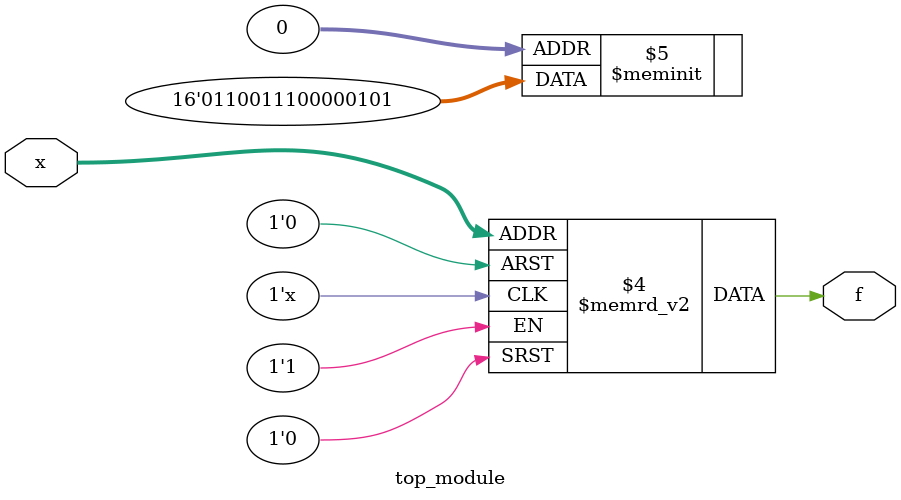
<source format=sv>
module top_module (
    input [4:1] x,
    output logic f
);

    always @(*) begin
        case (x)
            4'b0000: f = 1;
            4'b0001: f = 0;
            4'b0011: f = 0;
            4'b0010: f = 1;
            4'b0100: f = 0;
            4'b0101: f = 0;
            4'b0110: f = 0;
            4'b0111: f = 0;
            4'b1000: f = 1;
            4'b1001: f = 1;
            4'b1011: f = 0;
            4'b1010: f = 1;
            4'b1100: f = 0;
            4'b1101: f = 1;
            4'b1111: f = 0;
            4'b1110: f = 1;
            default: f = 0;
        endcase
    end

endmodule

</source>
